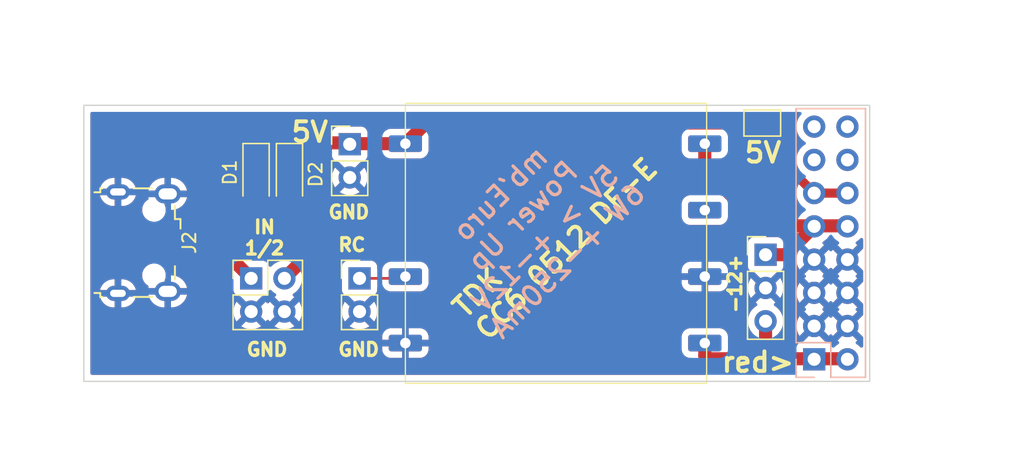
<source format=kicad_pcb>
(kicad_pcb (version 20241229) (generator "pcbnew") (generator_version "9.0")
  (layers (0 "F.Cu" signal) (2 "B.Cu" signal) (13 "F.Paste" user) (15 "B.Paste" user) (5 "F.SilkS" user "F.Silkscreen") (7 "B.SilkS" user "B.Silkscreen") (1 "F.Mask" user) (3 "B.Mask" user) (25 "Edge.Cuts" user))
  (net 0 "")
  (net 2 "Net-(J1-Pin_11)")
  (net 3 "GND")
  (net 5 "-12V")
  (net 7 "Net-(D1-A)")
  (net 8 "+12V")
  (net 9 "Net-(D2-A)")
  (net 12 "+5V")
  (net 16 "Net-(J6-Pin_1)")
  (footprint "Diode_SMD:D_SOD-123" (layer "F.Cu") (at 120.35 82.53 -90)
    (property "Reference" "D1" (at -0.15 2 90) (layer "F.SilkS"))
    (property "Value" "MBR130")
    (fp_line (start -2.36 1) (end 1.65 1) (stroke (width 0.12)) (layer "F.SilkS"))
    (fp_line (start -2.36 -1) (end -2.36 1) (stroke (width 0.12)) (layer "F.SilkS"))
    (fp_line (start -2.36 -1) (end 1.65 -1) (stroke (width 0.12)) (layer "F.SilkS"))
    (pad "1" smd roundrect (at -1.65 0 270) (size 0.9 1.2) (layers "F.Cu" "F.Mask" "F.Paste") (net 12 "+5V"))
    (pad "2" smd roundrect (at 1.65 0 270) (size 0.9 1.2) (layers "F.Cu" "F.Mask" "F.Paste") (net 7 "Net-(D1-A)"))
  )
  (footprint "Connector_USB:USB_Micro-B_Wuerth_629105150521" (layer "F.Cu") (at 111.755 87.745 -90)
    (property "Reference" "J2" (at 0 -3.5 90) (layer "F.SilkS"))
    (property "Value" "USB_B_Micro")
    (fp_line (start 3.85 3.75) (end 3.85 3.3) (stroke (width 0.15)) (layer "F.SilkS"))
    (fp_line (start -4.15 3.3) (end -3.85 3.3) (stroke (width 0.15)) (layer "F.SilkS"))
    (fp_line (start -3.85 3.3) (end -3.85 3.75) (stroke (width 0.15)) (layer "F.SilkS"))
    (fp_line (start 3.85 3.3) (end 4.15 3.3) (stroke (width 0.15)) (layer "F.SilkS"))
    (fp_line (start 4.15 3.3) (end 4.15 3.15) (stroke (width 0.15)) (layer "F.SilkS"))
    (fp_line (start -4.15 3.15) (end -4.15 3.3) (stroke (width 0.15)) (layer "F.SilkS"))
    (fp_line (start 4.15 0.75) (end 4.15 -0.65) (stroke (width 0.15)) (layer "F.SilkS"))
    (fp_line (start -4.15 -0.65) (end -4.15 0.75) (stroke (width 0.15)) (layer "F.SilkS"))
    (fp_line (start -1.8 -2.4) (end -2.8 -2.4) (stroke (width 0.15)) (layer "F.SilkS"))
    (fp_line (start 1.8 -2.4) (end 2.8 -2.4) (stroke (width 0.15)) (layer "F.SilkS"))
    (fp_line (start -1.8 -2.825) (end -1.8 -2.4) (stroke (width 0.15)) (layer "F.SilkS"))
    (fp_line (start -1.075 -2.825) (end -1.8 -2.825) (stroke (width 0.15)) (layer "F.SilkS"))
    (pad "" np_thru_hole oval (at -2.5 -0.8 270) (size 0.8 0.8) (drill 0.8) (layers "*.Cu" "*.Mask"))
    (pad "" np_thru_hole oval (at 2.5 -0.8 270) (size 0.8 0.8) (drill 0.8) (layers "*.Cu" "*.Mask"))
    (pad "1" smd rect (at -1.3 -1.9 270) (size 0.45 1.3) (layers "F.Cu" "F.Mask" "F.Paste") (net 7 "Net-(D1-A)"))
    (pad "2" smd rect (at -0.65 -1.9 270) (size 0.45 1.3) (layers "F.Cu" "F.Mask" "F.Paste"))
    (pad "3" smd rect (at 0 -1.9 270) (size 0.45 1.3) (layers "F.Cu" "F.Mask" "F.Paste"))
    (pad "4" smd rect (at 0.65 -1.9 270) (size 0.45 1.3) (layers "F.Cu" "F.Mask" "F.Paste"))
    (pad "5" smd rect (at 1.3 -1.9 270) (size 0.45 1.3) (layers "F.Cu" "F.Mask" "F.Paste") (net 3 "GND"))
    (pad "6" thru_hole oval (at -3.875 1.95 270) (size 1.15 1.8) (drill oval 0.55 1.2) (property pad_prop_heatsink) (layers "*.Cu" "*.Mask") (net 3 "GND"))
    (pad "6" thru_hole oval (at -3.725 -1.85 270) (size 1.45 2) (drill oval 0.85 1.4) (property pad_prop_heatsink) (layers "*.Cu" "*.Mask") (net 3 "GND"))
    (pad "6" thru_hole oval (at 3.725 -1.85 270) (size 1.45 2) (drill oval 0.85 1.4) (property pad_prop_heatsink) (layers "*.Cu" "*.Mask") (net 3 "GND"))
    (pad "6" thru_hole oval (at 3.875 1.95 270) (size 1.15 1.8) (drill oval 0.55 1.2) (property pad_prop_heatsink) (layers "*.Cu" "*.Mask") (net 3 "GND"))
  )
  (footprint "mbEuroPUp:TDK-CC6" (layer "F.Cu") (at 131.75 80.18)
    (property "Reference" "U1" (hide yes))
    (property "Value" "~")
    (fp_rect (start 0 -3.083641) (end 23 18.323642) (stroke (width 0.1)) (fill no) (layer "F.SilkS"))
    (pad "1" thru_hole roundrect (at 0 0) (size 2.54 1.27) (drill 0.8) (layers "*.Cu" "*.Mask") (roundrect_rratio 0.15) (net 12 "+5V"))
    (pad "2" thru_hole roundrect (at 0 10.16) (size 2.54 1.27) (drill 0.8) (layers "*.Cu" "*.Mask") (roundrect_rratio 0.15) (net 16 "Net-(J6-Pin_1)"))
    (pad "3" thru_hole roundrect (at 0 15.24) (size 2.54 1.27) (drill 0.8) (layers "*.Cu" "*.Mask") (roundrect_rratio 0.15) (net 3 "GND"))
    (pad "4" thru_hole roundrect (at 22.86 15.24) (size 2.54 1.27) (drill 0.8) (layers "*.Cu" "*.Mask") (roundrect_rratio 0.15) (net 5 "-12V"))
    (pad "5" thru_hole roundrect (at 22.86 10.16) (size 2.54 1.27) (drill 0.8) (layers "*.Cu" "*.Mask") (roundrect_rratio 0.15) (net 3 "GND"))
    (pad "6" thru_hole roundrect (at 22.86 5.08) (size 2.54 1.27) (drill 0.8) (layers "*.Cu" "*.Mask") (roundrect_rratio 0.15))
    (pad "7" thru_hole roundrect (at 22.86 0) (size 2.54 1.27) (drill 0.8) (layers "*.Cu" "*.Mask") (roundrect_rratio 0.15) (net 8 "+12V"))
  )
  (footprint "Connector_PinHeader_2.54mm:PinHeader_2x02_P2.54mm_Vertical" (layer "F.Cu") (at 119.975 90.475)
    (property "Reference" "J4" (hide yes))
    (property "Value" "Conn_02x02_Odd_Even" (hide yes))
    (fp_line (start -1.38 -1.38) (end 0 -1.38) (stroke (width 0.12)) (layer "F.SilkS"))
    (fp_line (start -1.38 0) (end -1.38 -1.38) (stroke (width 0.12)) (layer "F.SilkS"))
    (fp_line (start -1.38 1.27) (end -1.38 3.92) (stroke (width 0.12)) (layer "F.SilkS"))
    (fp_line (start -1.38 1.27) (end 1.27 1.27) (stroke (width 0.12)) (layer "F.SilkS"))
    (fp_line (start -1.38 3.92) (end 3.92 3.92) (stroke (width 0.12)) (layer "F.SilkS"))
    (fp_line (start 1.27 -1.38) (end 3.92 -1.38) (stroke (width 0.12)) (layer "F.SilkS"))
    (fp_line (start 1.27 1.27) (end 1.27 -1.38) (stroke (width 0.12)) (layer "F.SilkS"))
    (fp_line (start 3.92 -1.38) (end 3.92 3.92) (stroke (width 0.12)) (layer "F.SilkS"))
    (pad "1" thru_hole rect (at 0 0) (size 1.7 1.7) (drill 1) (layers "*.Cu" "*.Mask") (net 7 "Net-(D1-A)"))
    (pad "2" thru_hole circle (at 2.54 0) (size 1.7 1.7) (drill 1) (layers "*.Cu" "*.Mask") (net 9 "Net-(D2-A)"))
    (pad "3" thru_hole circle (at 0 2.54) (size 1.7 1.7) (drill 1) (layers "*.Cu" "*.Mask") (net 3 "GND"))
    (pad "4" thru_hole circle (at 2.54 2.54) (size 1.7 1.7) (drill 1) (layers "*.Cu" "*.Mask") (net 3 "GND"))
  )
  (footprint "Diode_SMD:D_SOD-123" (layer "F.Cu") (at 122.9 82.53 -90)
    (property "Reference" "D2" (at 0 -2 90) (layer "F.SilkS"))
    (property "Value" "MBR130")
    (fp_line (start -2.36 1) (end 1.65 1) (stroke (width 0.12)) (layer "F.SilkS"))
    (fp_line (start -2.36 -1) (end -2.36 1) (stroke (width 0.12)) (layer "F.SilkS"))
    (fp_line (start -2.36 -1) (end 1.65 -1) (stroke (width 0.12)) (layer "F.SilkS"))
    (pad "1" smd roundrect (at -1.65 0 270) (size 0.9 1.2) (layers "F.Cu" "F.Mask" "F.Paste") (net 12 "+5V"))
    (pad "2" smd roundrect (at 1.65 0 270) (size 0.9 1.2) (layers "F.Cu" "F.Mask" "F.Paste") (net 9 "Net-(D2-A)"))
  )
  (footprint "Connector_PinHeader_2.54mm:PinHeader_1x02_P2.54mm_Vertical" (layer "F.Cu") (at 128.25 90.475)
    (property "Reference" "J6" (hide yes))
    (property "Value" "Conn_01x02" (hide yes))
    (fp_line (start -1.38 -1.38) (end 0 -1.38) (stroke (width 0.12)) (layer "F.SilkS"))
    (fp_line (start -1.38 0) (end -1.38 -1.38) (stroke (width 0.12)) (layer "F.SilkS"))
    (fp_line (start -1.38 1.27) (end -1.38 3.92) (stroke (width 0.12)) (layer "F.SilkS"))
    (fp_line (start -1.38 1.27) (end 1.38 1.27) (stroke (width 0.12)) (layer "F.SilkS"))
    (fp_line (start -1.38 3.92) (end 1.38 3.92) (stroke (width 0.12)) (layer "F.SilkS"))
    (fp_line (start 1.38 1.27) (end 1.38 3.92) (stroke (width 0.12)) (layer "F.SilkS"))
    (pad "1" thru_hole rect (at 0 0) (size 1.7 1.7) (drill 1) (layers "*.Cu" "*.Mask") (net 16 "Net-(J6-Pin_1)"))
    (pad "2" thru_hole circle (at 0 2.54) (size 1.7 1.7) (drill 1) (layers "*.Cu" "*.Mask") (net 3 "GND"))
  )
  (footprint "Jumper:SolderJumper-2_P1.3mm_Open_TrianglePad1.0x1.5mm" (layer "F.Cu") (at 159 78.6)
    (property "Reference" "JP1" (hide yes))
    (property "Value" "Jumper_2_Open")
    (fp_line (start -1.4 -1) (end 1.4 -1) (stroke (width 0.12)) (layer "F.SilkS"))
    (fp_line (start -1.4 1) (end -1.4 -1) (stroke (width 0.12)) (layer "F.SilkS"))
    (fp_line (start 1.4 -1) (end 1.4 1) (stroke (width 0.12)) (layer "F.SilkS"))
    (fp_line (start 1.4 1) (end -1.4 1) (stroke (width 0.12)) (layer "F.SilkS"))
    (pad "1" smd custom (at -0.725 0) (size 0.3 0.3) (layers "F.Cu" "F.Mask") (net 12 "+5V") (options (clearance outline) (anchor rect)) (primitives (gr_poly (pts (xy 1 0) (xy 0.5 0.75) (xy -0.5 0.75) (xy -0.5 -0.75) (xy 0.5 -0.75)) (width 0) (fill yes))))
    (pad "2" smd custom (at 0.725 0) (size 0.3 0.3) (layers "F.Cu" "F.Mask") (net 2 "Net-(J1-Pin_11)") (options (clearance outline) (anchor rect)) (primitives (gr_poly (pts (xy 0.5 0.75) (xy -0.65 0.75) (xy -0.15 0) (xy -0.65 -0.75) (xy 0.5 -0.75)) (width 0) (fill yes))))
  )
  (footprint "Connector_PinHeader_2.54mm:PinHeader_1x03_P2.54mm_Vertical" (layer "F.Cu") (at 159.25 88.67)
    (property "Reference" "J3" (hide yes))
    (property "Value" "Conn_01x03")
    (fp_line (start -1.38 -1.38) (end 0 -1.38) (stroke (width 0.12)) (layer "F.SilkS"))
    (fp_line (start -1.38 0) (end -1.38 -1.38) (stroke (width 0.12)) (layer "F.SilkS"))
    (fp_line (start -1.38 1.27) (end -1.38 6.46) (stroke (width 0.12)) (layer "F.SilkS"))
    (fp_line (start -1.38 1.27) (end 1.38 1.27) (stroke (width 0.12)) (layer "F.SilkS"))
    (fp_line (start -1.38 6.46) (end 1.38 6.46) (stroke (width 0.12)) (layer "F.SilkS"))
    (fp_line (start 1.38 1.27) (end 1.38 6.46) (stroke (width 0.12)) (layer "F.SilkS"))
    (pad "1" thru_hole rect (at 0 0) (size 1.7 1.7) (drill 1) (layers "*.Cu" "*.Mask") (net 8 "+12V"))
    (pad "2" thru_hole circle (at 0 2.54) (size 1.7 1.7) (drill 1) (layers "*.Cu" "*.Mask") (net 3 "GND"))
    (pad "3" thru_hole circle (at 0 5.08) (size 1.7 1.7) (drill 1) (layers "*.Cu" "*.Mask") (net 5 "-12V"))
  )
  (footprint "Connector_PinHeader_2.54mm:PinHeader_1x02_P2.54mm_Vertical" (layer "F.Cu") (at 127.5 80.225)
    (property "Reference" "J5" (hide yes))
    (property "Value" "Conn_01x02" (hide yes))
    (fp_line (start -1.38 -1.38) (end 0 -1.38) (stroke (width 0.12)) (layer "F.SilkS"))
    (fp_line (start -1.38 0) (end -1.38 -1.38) (stroke (width 0.12)) (layer "F.SilkS"))
    (fp_line (start -1.38 1.27) (end -1.38 3.92) (stroke (width 0.12)) (layer "F.SilkS"))
    (fp_line (start -1.38 1.27) (end 1.38 1.27) (stroke (width 0.12)) (layer "F.SilkS"))
    (fp_line (start -1.38 3.92) (end 1.38 3.92) (stroke (width 0.12)) (layer "F.SilkS"))
    (fp_line (start 1.38 1.27) (end 1.38 3.92) (stroke (width 0.12)) (layer "F.SilkS"))
    (pad "1" thru_hole rect (at 0 0) (size 1.7 1.7) (drill 1) (layers "*.Cu" "*.Mask") (net 12 "+5V"))
    (pad "2" thru_hole circle (at 0 2.54) (size 1.7 1.7) (drill 1) (layers "*.Cu" "*.Mask") (net 3 "GND"))
  )
  (footprint "Connector_PinHeader_2.54mm:PinHeader_2x08_P2.54mm_Vertical" (layer "B.Cu") (at 162.96 96.66)
    (property "Reference" "J1" (hide yes))
    (property "Value" "Conn_02x08_Odd_Even" (hide yes))
    (fp_line (start -1.38 -19.16) (end 3.92 -19.16) (stroke (width 0.12)) (layer "B.SilkS"))
    (fp_line (start -1.38 -1.27) (end -1.38 -19.16) (stroke (width 0.12)) (layer "B.SilkS"))
    (fp_line (start -1.38 -1.27) (end 1.27 -1.27) (stroke (width 0.12)) (layer "B.SilkS"))
    (fp_line (start -1.38 0) (end -1.38 1.38) (stroke (width 0.12)) (layer "B.SilkS"))
    (fp_line (start -1.38 1.38) (end 0 1.38) (stroke (width 0.12)) (layer "B.SilkS"))
    (fp_line (start 1.27 -1.27) (end 1.27 1.38) (stroke (width 0.12)) (layer "B.SilkS"))
    (fp_line (start 1.27 1.38) (end 3.92 1.38) (stroke (width 0.12)) (layer "B.SilkS"))
    (fp_line (start 3.92 1.38) (end 3.92 -19.16) (stroke (width 0.12)) (layer "B.SilkS"))
    (pad "1" thru_hole rect (at 0 0) (size 1.7 1.7) (drill 1) (layers "*.Cu" "*.Mask") (net 5 "-12V"))
    (pad "2" thru_hole circle (at 2.54 0) (size 1.7 1.7) (drill 1) (layers "*.Cu" "*.Mask") (net 5 "-12V"))
    (pad "3" thru_hole circle (at 0 -2.54) (size 1.7 1.7) (drill 1) (layers "*.Cu" "*.Mask") (net 3 "GND"))
    (pad "4" thru_hole circle (at 2.54 -2.54) (size 1.7 1.7) (drill 1) (layers "*.Cu" "*.Mask") (net 3 "GND"))
    (pad "5" thru_hole circle (at 0 -5.08) (size 1.7 1.7) (drill 1) (layers "*.Cu" "*.Mask") (net 3 "GND"))
    (pad "6" thru_hole circle (at 2.54 -5.08) (size 1.7 1.7) (drill 1) (layers "*.Cu" "*.Mask") (net 3 "GND"))
    (pad "7" thru_hole circle (at 0 -7.62) (size 1.7 1.7) (drill 1) (layers "*.Cu" "*.Mask") (net 3 "GND"))
    (pad "8" thru_hole circle (at 2.54 -7.62) (size 1.7 1.7) (drill 1) (layers "*.Cu" "*.Mask") (net 3 "GND"))
    (pad "9" thru_hole circle (at 0 -10.16) (size 1.7 1.7) (drill 1) (layers "*.Cu" "*.Mask") (net 8 "+12V"))
    (pad "10" thru_hole circle (at 2.54 -10.16) (size 1.7 1.7) (drill 1) (layers "*.Cu" "*.Mask") (net 8 "+12V"))
    (pad "11" thru_hole circle (at 0 -12.7) (size 1.7 1.7) (drill 1) (layers "*.Cu" "*.Mask") (net 2 "Net-(J1-Pin_11)"))
    (pad "12" thru_hole circle (at 2.54 -12.7) (size 1.7 1.7) (drill 1) (layers "*.Cu" "*.Mask") (net 2 "Net-(J1-Pin_11)"))
    (pad "13" thru_hole circle (at 0 -15.24) (size 1.7 1.7) (drill 1) (layers "*.Cu" "*.Mask"))
    (pad "14" thru_hole circle (at 2.54 -15.24) (size 1.7 1.7) (drill 1) (layers "*.Cu" "*.Mask"))
    (pad "15" thru_hole circle (at 0 -17.78) (size 1.7 1.7) (drill 1) (layers "*.Cu" "*.Mask"))
    (pad "16" thru_hole circle (at 2.54 -17.78) (size 1.7 1.7) (drill 1) (layers "*.Cu" "*.Mask"))
  )
  (gr_rect (start 107.2 77.25) (end 167.2 98.35) (stroke (width 0.1)) (fill no) (layer "Edge.Cuts"))
  (gr_text "-12+" (at 157.5 93.25 90) (layer "F.SilkS") (effects (font (size 1 1) (thickness 0.25) (bold yes)) (justify left bottom)))
  (gr_text "red>" (at 155.75 97.75 0) (layer "F.SilkS") (effects (font (size 1.5 1.5) (thickness 0.3) (bold yes)) (justify left bottom)))
  (gr_text "GND" (at 119.5 96.5 0) (layer "F.SilkS") (effects (font (size 1 1) (thickness 0.25) (bold yes)) (justify left bottom)))
  (gr_text "IN\n1/2" (at 121 88.75 0) (layer "F.SilkS") (effects (font (size 1 1) (thickness 0.25) (bold yes)) (justify bottom)))
  (gr_text "5V" (at 122.9 80.17 0) (layer "F.SilkS") (effects (font (size 1.5 1.5) (thickness 0.3) (bold yes)) (justify left bottom)))
  (gr_text "GND" (at 126.5 96.5 0) (layer "F.SilkS") (effects (font (size 1 1) (thickness 0.25) (bold yes)) (justify left bottom)))
  (gr_text "TDK\nCC6 0512 DF-E" (at 138 95.5 45) (layer "F.SilkS") (effects (font (size 1.5 1.5) (thickness 0.3) (bold yes)) (justify left bottom)))
  (gr_text "5V" (at 157.5 81.75 0) (layer "F.SilkS") (effects (font (size 1.5 1.5) (thickness 0.3) (bold yes)) (justify left bottom)))
  (gr_text "RC" (at 126.5 88.5 0) (layer "F.SilkS") (effects (font (size 1 1) (thickness 0.25) (bold yes)) (justify left bottom)))
  (gr_text "GND" (at 125.75 86 0) (layer "F.SilkS") (effects (font (size 1 1) (thickness 0.25) (bold yes)) (justify left bottom)))
  (gr_text "mb'Euro\nPower Up\n5V > +-12V\n6W +-250mA" (at 144.75 89.75 45) (layer "B.SilkS") (effects (font (size 1.5 1.5) (thickness 0.25) (bold yes)) (justify bottom mirror)))
  (segment (start 161.25 79.25) (end 160.75 78.75) (width 0.7) (layer "F.Cu") (net 2))
  (segment (start 159.725 78.6) (end 160.6 78.6) (width 0.5) (layer "F.Cu") (net 2))
  (segment (start 162.96 83.96) (end 161.25 82.25) (width 0.7) (layer "F.Cu") (net 2))
  (segment (start 161.25 82.25) (end 161.25 79.25) (width 0.7) (layer "F.Cu") (net 2))
  (segment (start 165.5 83.96) (end 162.96 83.96) (width 0.7) (layer "F.Cu") (net 2))
  (segment (start 160.6 78.6) (end 160.75 78.75) (width 0.2) (layer "F.Cu") (net 2))
  (segment (start 113.655 89.045) (end 115.295 89.045) (width 0.2) (layer "F.Cu") (net 3))
  (segment (start 115.295 89.045) (end 115.5 89.25) (width 0.2) (layer "F.Cu") (net 3))
  (segment (start 165.6 96.62) (end 159.25 96.62) (width 1) (layer "F.Cu") (net 5))
  (segment (start 154.82 96.62) (end 154.61 96.41) (width 1) (layer "F.Cu") (net 5))
  (segment (start 159.25 93.75) (end 159.25 96.62) (width 1) (layer "F.Cu") (net 5))
  (segment (start 159.25 96.62) (end 154.82 96.62) (width 1) (layer "F.Cu") (net 5))
  (segment (start 154.61 96.41) (end 154.61 95.42) (width 1) (layer "F.Cu") (net 5))
  (segment (start 118.5 86.03) (end 118.5 89) (width 1) (layer "F.Cu") (net 7))
  (segment (start 113.655 86.445) (end 118.085 86.445) (width 0.4) (layer "F.Cu") (net 7))
  (segment (start 118.085 86.445) (end 118.5 86.03) (width 0.4) (layer "F.Cu") (net 7))
  (segment (start 120.35 84.18) (end 118.5 86.03) (width 1) (layer "F.Cu") (net 7))
  (segment (start 118.5 89) (end 119.975 90.475) (width 1) (layer "F.Cu") (net 7))
  (segment (start 154.61 82.11) (end 154.61 80.18) (width 1) (layer "F.Cu") (net 8))
  (segment (start 158.96 86.46) (end 154.61 82.11) (width 1) (layer "F.Cu") (net 8))
  (segment (start 165.6 86.46) (end 158.96 86.46) (width 1) (layer "F.Cu") (net 8))
  (segment (start 162.96 86.5) (end 160.79 88.67) (width 1) (layer "F.Cu") (net 8))
  (segment (start 160.79 88.67) (end 159.25 88.67) (width 1) (layer "F.Cu") (net 8))
  (segment (start 122.9 84.18) (end 123.58 84.86) (width 1) (layer "F.Cu") (net 9))
  (segment (start 123.58 84.86) (end 123.58 89.41) (width 1) (layer "F.Cu") (net 9))
  (segment (start 123.58 89.41) (end 122.515 90.475) (width 1) (layer "F.Cu") (net 9))
  (segment (start 152.901 78.301) (end 153.2 78.6) (width 1) (layer "F.Cu") (net 12))
  (segment (start 127.57 80.18) (end 131.75 80.18) (width 1) (layer "F.Cu") (net 12))
  (segment (start 121.11 80.12) (end 120.35 80.88) (width 1) (layer "F.Cu") (net 12))
  (segment (start 131.75 80.18) (end 133.629 78.301) (width 1) (layer "F.Cu") (net 12))
  (segment (start 133.629 78.301) (end 152.901 78.301) (width 1) (layer "F.Cu") (net 12))
  (segment (start 127.5 80.25) (end 127.37 80.12) (width 1) (layer "F.Cu") (net 12))
  (segment (start 153.2 78.6) (end 158.275 78.6) (width 1) (layer "F.Cu") (net 12))
  (segment (start 127.37 80.12) (end 121.11 80.12) (width 1) (layer "F.Cu") (net 12))
  (segment (start 127.5 80.25) (end 127.57 80.18) (width 1) (layer "F.Cu") (net 12))
  (segment (start 128.25 90.475) (end 131.615 90.475) (width 0.2) (layer "F.Cu") (net 16))
  (segment (start 131.615 90.475) (end 131.75 90.34) (width 0.2) (layer "F.Cu") (net 16))
  (zone (net 3) (net_name "GND") (layers "F.Cu" "B.Cu") (connect_pads (clearance 0.5)) (min_thickness 0.25) (fill yes (thermal_gap 0.5) (thermal_bridge_width 0.5))
    (polygon (pts (xy 114.2 69.2) (xy 179 69.2) (xy 179 105.2) (xy 101 105.2) (xy 100.8 72.4)))
  )
)
</source>
